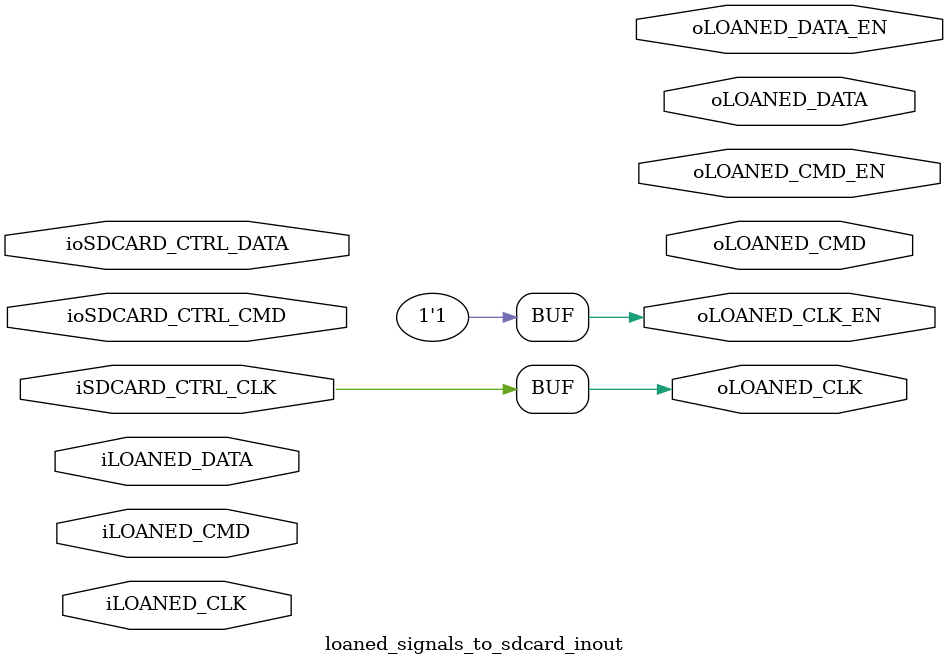
<source format=v>
module loaned_signals_to_sdcard_inout(
	input        iLOANED_CLK,
	input        iLOANED_CMD,
	input  [3:0] iLOANED_DATA,
	output       oLOANED_CLK,     // output to the HPS
	output       oLOANED_CMD,     // output to the HPS
	output [3:0] oLOANED_DATA,    // output to the HPS
	output       oLOANED_CLK_EN,  // output to the HPS
	output       oLOANED_CMD_EN,  // output to the HPS
	output [3:0] oLOANED_DATA_EN, // output to the HPS
	
	input        iSDCARD_CTRL_CLK,
	inout        ioSDCARD_CTRL_CMD,
	inout  [3:0] ioSDCARD_CTRL_DATA
);

//iLOANED_CLK  // ignored
assign oLOANED_CLK_EN = 1'b1;
assign oLOANED_CLK = iSDCARD_CTRL_CLK;

// TODO

endmodule
</source>
